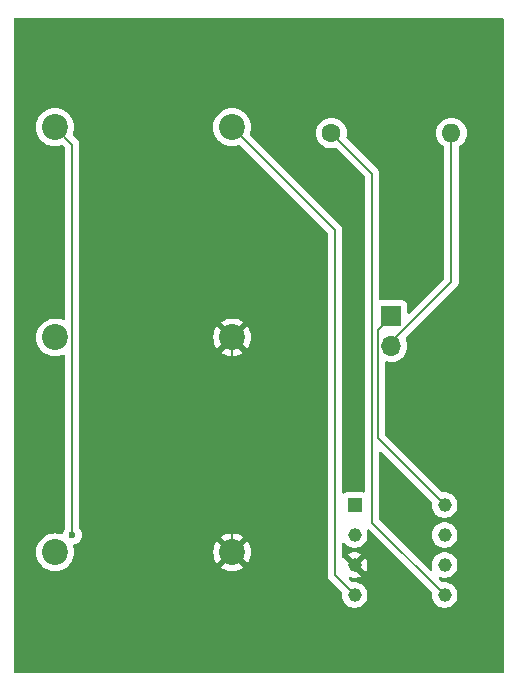
<source format=gbr>
%TF.GenerationSoftware,KiCad,Pcbnew,8.0.8*%
%TF.CreationDate,2025-02-03T11:26:52-05:00*%
%TF.ProjectId,Power_Supply_Board,506f7765-725f-4537-9570-706c795f426f,rev?*%
%TF.SameCoordinates,Original*%
%TF.FileFunction,Copper,L1,Top*%
%TF.FilePolarity,Positive*%
%FSLAX46Y46*%
G04 Gerber Fmt 4.6, Leading zero omitted, Abs format (unit mm)*
G04 Created by KiCad (PCBNEW 8.0.8) date 2025-02-03 11:26:52*
%MOMM*%
%LPD*%
G01*
G04 APERTURE LIST*
%TA.AperFunction,ComponentPad*%
%ADD10R,1.700000X1.700000*%
%TD*%
%TA.AperFunction,ComponentPad*%
%ADD11O,1.700000X1.700000*%
%TD*%
%TA.AperFunction,ComponentPad*%
%ADD12R,1.160000X1.160000*%
%TD*%
%TA.AperFunction,ComponentPad*%
%ADD13C,1.160000*%
%TD*%
%TA.AperFunction,ComponentPad*%
%ADD14C,1.600000*%
%TD*%
%TA.AperFunction,ComponentPad*%
%ADD15O,1.600000X1.600000*%
%TD*%
%TA.AperFunction,ComponentPad*%
%ADD16C,2.200000*%
%TD*%
%TA.AperFunction,ViaPad*%
%ADD17C,0.600000*%
%TD*%
%TA.AperFunction,Conductor*%
%ADD18C,0.200000*%
%TD*%
G04 APERTURE END LIST*
D10*
%TO.P,J1,1,Pin_1*%
%TO.N,Net-(IC1-V+)*%
X190500000Y-84000000D03*
D11*
%TO.P,J1,2,Pin_2*%
%TO.N,Net-(J1-Pin_2)*%
X190500000Y-86540000D03*
%TD*%
D12*
%TO.P,IC1,1,BOOST*%
%TO.N,unconnected-(IC1-BOOST-Pad1)*%
X187380000Y-100000000D03*
D13*
%TO.P,IC1,2,CAP+*%
%TO.N,Net-(IC1-CAP+)*%
X187380000Y-102540000D03*
%TO.P,IC1,3,GND*%
%TO.N,Earth*%
X187380000Y-105080000D03*
%TO.P,IC1,4,CAP-*%
%TO.N,Net-(IC1-CAP-)*%
X187380000Y-107620000D03*
%TO.P,IC1,5,VOUT*%
%TO.N,Net-(IC1-VOUT)*%
X195000000Y-107620000D03*
%TO.P,IC1,6,LOW_VOLTAGE_(LV)*%
%TO.N,unconnected-(IC1-LOW_VOLTAGE_(LV)-Pad6)*%
X195000000Y-105080000D03*
%TO.P,IC1,7,OSC*%
%TO.N,unconnected-(IC1-OSC-Pad7)*%
X195000000Y-102540000D03*
%TO.P,IC1,8,V+*%
%TO.N,Net-(IC1-V+)*%
X195000000Y-100000000D03*
%TD*%
D14*
%TO.P,R1,1*%
%TO.N,Net-(IC1-VOUT)*%
X185420000Y-68500000D03*
D15*
%TO.P,R1,2*%
%TO.N,Net-(J1-Pin_2)*%
X195580000Y-68500000D03*
%TD*%
D16*
%TO.P,C3,1*%
%TO.N,Net-(J1-Pin_2)*%
X162025000Y-104000000D03*
%TO.P,C3,2*%
%TO.N,Earth*%
X177025000Y-104000000D03*
%TD*%
%TO.P,C1,1*%
%TO.N,Net-(IC1-CAP+)*%
X162000000Y-68000000D03*
%TO.P,C1,2*%
%TO.N,Net-(IC1-CAP-)*%
X177000000Y-68000000D03*
%TD*%
%TO.P,C2,1*%
%TO.N,Net-(IC1-VOUT)*%
X162025000Y-85810000D03*
%TO.P,C2,2*%
%TO.N,Earth*%
X177025000Y-85810000D03*
%TD*%
D17*
%TO.N,Net-(IC1-CAP+)*%
X163482000Y-102540000D03*
%TD*%
D18*
%TO.N,Net-(IC1-CAP+)*%
X162000000Y-68000000D02*
X163482000Y-69481900D01*
X163482000Y-69481900D02*
X163482000Y-102540000D01*
%TO.N,Net-(IC1-CAP-)*%
X185720000Y-76720200D02*
X185720000Y-105960000D01*
X185720000Y-105960000D02*
X187380000Y-107620000D01*
X177000000Y-68000000D02*
X185720000Y-76720200D01*
%TO.N,Earth*%
X177025000Y-85810000D02*
X177025000Y-104000000D01*
%TO.N,Net-(IC1-VOUT)*%
X188866000Y-71946400D02*
X188866000Y-101486000D01*
X185420000Y-68500000D02*
X188866000Y-71946400D01*
X188866000Y-101486000D02*
X195000000Y-107620000D01*
%TO.N,Net-(J1-Pin_2)*%
X190500000Y-86180100D02*
X195580000Y-81100100D01*
X190500000Y-86540000D02*
X190500000Y-86180100D01*
X195580000Y-81100100D02*
X195580000Y-68500000D01*
%TO.N,Net-(IC1-V+)*%
X190500000Y-84000000D02*
X189345000Y-85154900D01*
X189345000Y-85154900D02*
X189345000Y-94345100D01*
X189345000Y-94345100D02*
X195000000Y-100000000D01*
%TD*%
%TA.AperFunction,Conductor*%
%TO.N,Earth*%
G36*
X199942539Y-58770185D02*
G01*
X199988294Y-58822989D01*
X199999500Y-58874500D01*
X199999500Y-114125500D01*
X199979815Y-114192539D01*
X199927011Y-114238294D01*
X199875500Y-114249500D01*
X158624500Y-114249500D01*
X158557461Y-114229815D01*
X158511706Y-114177011D01*
X158500500Y-114125500D01*
X158500500Y-68000000D01*
X160394551Y-68000000D01*
X160414317Y-68251151D01*
X160473126Y-68496110D01*
X160569533Y-68728859D01*
X160701160Y-68943653D01*
X160701161Y-68943656D01*
X160746352Y-68996567D01*
X160864776Y-69135224D01*
X161056341Y-69298836D01*
X161056346Y-69298839D01*
X161271140Y-69430466D01*
X161375546Y-69473712D01*
X161503889Y-69526873D01*
X161748852Y-69585683D01*
X162000000Y-69605449D01*
X162251148Y-69585683D01*
X162496111Y-69526873D01*
X162547975Y-69505389D01*
X162617441Y-69497920D01*
X162679921Y-69529193D01*
X162683105Y-69532266D01*
X162845178Y-69694328D01*
X162878665Y-69755648D01*
X162881500Y-69782011D01*
X162881500Y-84246825D01*
X162861815Y-84313864D01*
X162809011Y-84359619D01*
X162739853Y-84369563D01*
X162710048Y-84361386D01*
X162521113Y-84283127D01*
X162276151Y-84224317D01*
X162025000Y-84204551D01*
X161773848Y-84224317D01*
X161528889Y-84283126D01*
X161296140Y-84379533D01*
X161081346Y-84511160D01*
X161081343Y-84511161D01*
X160889776Y-84674776D01*
X160726161Y-84866343D01*
X160726160Y-84866346D01*
X160594533Y-85081140D01*
X160498126Y-85313889D01*
X160439317Y-85558848D01*
X160419551Y-85810000D01*
X160439317Y-86061151D01*
X160498126Y-86306110D01*
X160594533Y-86538859D01*
X160726160Y-86753653D01*
X160726161Y-86753656D01*
X160781604Y-86818571D01*
X160889776Y-86945224D01*
X161038066Y-87071875D01*
X161081343Y-87108838D01*
X161081346Y-87108839D01*
X161296140Y-87240466D01*
X161527737Y-87336396D01*
X161528889Y-87336873D01*
X161773852Y-87395683D01*
X162025000Y-87415449D01*
X162276148Y-87395683D01*
X162521111Y-87336873D01*
X162710048Y-87258612D01*
X162779516Y-87251144D01*
X162841996Y-87282419D01*
X162877648Y-87342508D01*
X162881500Y-87373174D01*
X162881500Y-101957587D01*
X162861815Y-102024626D01*
X162854450Y-102034896D01*
X162852186Y-102037734D01*
X162756210Y-102190478D01*
X162696630Y-102360750D01*
X162695155Y-102373847D01*
X162668088Y-102438260D01*
X162610493Y-102477815D01*
X162540656Y-102479952D01*
X162524491Y-102474527D01*
X162521114Y-102473128D01*
X162521101Y-102473124D01*
X162276151Y-102414317D01*
X162025000Y-102394551D01*
X161773848Y-102414317D01*
X161528889Y-102473126D01*
X161296140Y-102569533D01*
X161081346Y-102701160D01*
X161081343Y-102701161D01*
X160889776Y-102864776D01*
X160726161Y-103056343D01*
X160726160Y-103056346D01*
X160594533Y-103271140D01*
X160498126Y-103503889D01*
X160439317Y-103748848D01*
X160419551Y-104000000D01*
X160439317Y-104251151D01*
X160498126Y-104496110D01*
X160594533Y-104728859D01*
X160726160Y-104943653D01*
X160726161Y-104943656D01*
X160726164Y-104943659D01*
X160889776Y-105135224D01*
X161032096Y-105256777D01*
X161081343Y-105298838D01*
X161081346Y-105298839D01*
X161296140Y-105430466D01*
X161527737Y-105526396D01*
X161528889Y-105526873D01*
X161773852Y-105585683D01*
X162025000Y-105605449D01*
X162276148Y-105585683D01*
X162521111Y-105526873D01*
X162753859Y-105430466D01*
X162968659Y-105298836D01*
X163160224Y-105135224D01*
X163323836Y-104943659D01*
X163455466Y-104728859D01*
X163551873Y-104496111D01*
X163610683Y-104251148D01*
X163630449Y-104000000D01*
X175420052Y-104000000D01*
X175439812Y-104251072D01*
X175498603Y-104495956D01*
X175594980Y-104728631D01*
X175726568Y-104943362D01*
X175727266Y-104944179D01*
X176501212Y-104170233D01*
X176512482Y-104212292D01*
X176584890Y-104337708D01*
X176687292Y-104440110D01*
X176812708Y-104512518D01*
X176854765Y-104523787D01*
X176080819Y-105297732D01*
X176080819Y-105297733D01*
X176081634Y-105298429D01*
X176296368Y-105430019D01*
X176529043Y-105526396D01*
X176773927Y-105585187D01*
X177025000Y-105604947D01*
X177276072Y-105585187D01*
X177520956Y-105526396D01*
X177753631Y-105430019D01*
X177968361Y-105298432D01*
X177968363Y-105298430D01*
X177969180Y-105297732D01*
X177195234Y-104523787D01*
X177237292Y-104512518D01*
X177362708Y-104440110D01*
X177465110Y-104337708D01*
X177537518Y-104212292D01*
X177548787Y-104170235D01*
X178322732Y-104944180D01*
X178323430Y-104943363D01*
X178323432Y-104943361D01*
X178455019Y-104728631D01*
X178551396Y-104495956D01*
X178610187Y-104251072D01*
X178629947Y-104000000D01*
X178610187Y-103748927D01*
X178551396Y-103504043D01*
X178455019Y-103271368D01*
X178323429Y-103056634D01*
X178322733Y-103055819D01*
X178322732Y-103055819D01*
X177548787Y-103829764D01*
X177537518Y-103787708D01*
X177465110Y-103662292D01*
X177362708Y-103559890D01*
X177237292Y-103487482D01*
X177195232Y-103476212D01*
X177969179Y-102702266D01*
X177968362Y-102701568D01*
X177753631Y-102569980D01*
X177520956Y-102473603D01*
X177276072Y-102414812D01*
X177025000Y-102395052D01*
X176773927Y-102414812D01*
X176529043Y-102473603D01*
X176296368Y-102569980D01*
X176081637Y-102701567D01*
X176080818Y-102702266D01*
X176854765Y-103476212D01*
X176812708Y-103487482D01*
X176687292Y-103559890D01*
X176584890Y-103662292D01*
X176512482Y-103787708D01*
X176501212Y-103829765D01*
X175727266Y-103055818D01*
X175726567Y-103056637D01*
X175594980Y-103271368D01*
X175498603Y-103504043D01*
X175439812Y-103748927D01*
X175420052Y-104000000D01*
X163630449Y-104000000D01*
X163610683Y-103748852D01*
X163551873Y-103503889D01*
X163549155Y-103497327D01*
X163541686Y-103427858D01*
X163572961Y-103365379D01*
X163633050Y-103329727D01*
X163649830Y-103326655D01*
X163661255Y-103325368D01*
X163831522Y-103265789D01*
X163984262Y-103169816D01*
X164111816Y-103042262D01*
X164207789Y-102889522D01*
X164267368Y-102719255D01*
X164267369Y-102719249D01*
X164287565Y-102540003D01*
X164287565Y-102539996D01*
X164267369Y-102360750D01*
X164267368Y-102360745D01*
X164260321Y-102340606D01*
X164207789Y-102190478D01*
X164111816Y-102037738D01*
X164111814Y-102037736D01*
X164111813Y-102037734D01*
X164109550Y-102034896D01*
X164108659Y-102032715D01*
X164108111Y-102031842D01*
X164108264Y-102031745D01*
X164083144Y-101970209D01*
X164082500Y-101957587D01*
X164082500Y-85810000D01*
X175420052Y-85810000D01*
X175439812Y-86061072D01*
X175498603Y-86305956D01*
X175594980Y-86538631D01*
X175726568Y-86753362D01*
X175727266Y-86754179D01*
X176501212Y-85980233D01*
X176512482Y-86022292D01*
X176584890Y-86147708D01*
X176687292Y-86250110D01*
X176812708Y-86322518D01*
X176854765Y-86333787D01*
X176080819Y-87107732D01*
X176080819Y-87107733D01*
X176081634Y-87108429D01*
X176296368Y-87240019D01*
X176529043Y-87336396D01*
X176773927Y-87395187D01*
X177025000Y-87414947D01*
X177276072Y-87395187D01*
X177520956Y-87336396D01*
X177753631Y-87240019D01*
X177968361Y-87108432D01*
X177968363Y-87108430D01*
X177969180Y-87107732D01*
X177195234Y-86333787D01*
X177237292Y-86322518D01*
X177362708Y-86250110D01*
X177465110Y-86147708D01*
X177537518Y-86022292D01*
X177548787Y-85980235D01*
X178322732Y-86754180D01*
X178323430Y-86753363D01*
X178323432Y-86753361D01*
X178455019Y-86538631D01*
X178551396Y-86305956D01*
X178610187Y-86061072D01*
X178629947Y-85810000D01*
X178610187Y-85558927D01*
X178551396Y-85314043D01*
X178455019Y-85081368D01*
X178323429Y-84866634D01*
X178322733Y-84865819D01*
X178322732Y-84865819D01*
X177548787Y-85639764D01*
X177537518Y-85597708D01*
X177465110Y-85472292D01*
X177362708Y-85369890D01*
X177237292Y-85297482D01*
X177195232Y-85286212D01*
X177969179Y-84512266D01*
X177968362Y-84511568D01*
X177753631Y-84379980D01*
X177520956Y-84283603D01*
X177276072Y-84224812D01*
X177025000Y-84205052D01*
X176773927Y-84224812D01*
X176529043Y-84283603D01*
X176296368Y-84379980D01*
X176081637Y-84511567D01*
X176080818Y-84512266D01*
X176854765Y-85286212D01*
X176812708Y-85297482D01*
X176687292Y-85369890D01*
X176584890Y-85472292D01*
X176512482Y-85597708D01*
X176501212Y-85639765D01*
X175727266Y-84865818D01*
X175726567Y-84866637D01*
X175594980Y-85081368D01*
X175498603Y-85314043D01*
X175439812Y-85558927D01*
X175420052Y-85810000D01*
X164082500Y-85810000D01*
X164082500Y-69569222D01*
X164082502Y-69569177D01*
X164082501Y-69560941D01*
X164082503Y-69560937D01*
X164082500Y-69466068D01*
X164082500Y-69402843D01*
X164082500Y-69402830D01*
X164054631Y-69298835D01*
X164054629Y-69298830D01*
X164042245Y-69252610D01*
X164041676Y-69250287D01*
X164041646Y-69250214D01*
X164041149Y-69249370D01*
X164006694Y-69189696D01*
X163962520Y-69113184D01*
X163962519Y-69113183D01*
X163962517Y-69113180D01*
X163962512Y-69113173D01*
X163962507Y-69113168D01*
X163917820Y-69068484D01*
X163850716Y-69001380D01*
X163845941Y-68996605D01*
X163845899Y-68996567D01*
X163532316Y-68683006D01*
X163498829Y-68621684D01*
X163503811Y-68551993D01*
X163505412Y-68547920D01*
X163526873Y-68496111D01*
X163585683Y-68251148D01*
X163605449Y-68000000D01*
X175394551Y-68000000D01*
X175414317Y-68251151D01*
X175473126Y-68496110D01*
X175569533Y-68728859D01*
X175701160Y-68943653D01*
X175701161Y-68943656D01*
X175746352Y-68996567D01*
X175864776Y-69135224D01*
X176056341Y-69298836D01*
X176056346Y-69298839D01*
X176271140Y-69430466D01*
X176375546Y-69473712D01*
X176503889Y-69526873D01*
X176748852Y-69585683D01*
X177000000Y-69605449D01*
X177251148Y-69585683D01*
X177473506Y-69532300D01*
X177496103Y-69526875D01*
X177496103Y-69526874D01*
X177496111Y-69526873D01*
X177547906Y-69505418D01*
X177617371Y-69497950D01*
X177679851Y-69529224D01*
X177683038Y-69532300D01*
X180397149Y-72246472D01*
X184791727Y-76641150D01*
X185083182Y-76932611D01*
X185116667Y-76993934D01*
X185119500Y-77020291D01*
X185119500Y-105873330D01*
X185119499Y-105873348D01*
X185119499Y-106039054D01*
X185119498Y-106039054D01*
X185160423Y-106191785D01*
X185189358Y-106241900D01*
X185189359Y-106241904D01*
X185189360Y-106241904D01*
X185239479Y-106328714D01*
X185239481Y-106328717D01*
X185358349Y-106447585D01*
X185358355Y-106447590D01*
X186273714Y-107362950D01*
X186307199Y-107424273D01*
X186309504Y-107462071D01*
X186294871Y-107619997D01*
X186294871Y-107620000D01*
X186313346Y-107819391D01*
X186313347Y-107819393D01*
X186368145Y-108011989D01*
X186368151Y-108012004D01*
X186457401Y-108191241D01*
X186457406Y-108191249D01*
X186578081Y-108351049D01*
X186705386Y-108467102D01*
X186726064Y-108485952D01*
X186896316Y-108591368D01*
X187083040Y-108663705D01*
X187279877Y-108700500D01*
X187279879Y-108700500D01*
X187480121Y-108700500D01*
X187480123Y-108700500D01*
X187676960Y-108663705D01*
X187863684Y-108591368D01*
X188033936Y-108485952D01*
X188181920Y-108351047D01*
X188302595Y-108191247D01*
X188391853Y-108011994D01*
X188446653Y-107819392D01*
X188465129Y-107620000D01*
X188446653Y-107420608D01*
X188391853Y-107228006D01*
X188391848Y-107227995D01*
X188302598Y-107048758D01*
X188302593Y-107048750D01*
X188181918Y-106888950D01*
X188033937Y-106754049D01*
X188033936Y-106754048D01*
X187969101Y-106713903D01*
X187863685Y-106648632D01*
X187863683Y-106648631D01*
X187727152Y-106595739D01*
X187676960Y-106576295D01*
X187480123Y-106539500D01*
X187279877Y-106539500D01*
X187279873Y-106539500D01*
X187233634Y-106548143D01*
X187164119Y-106541111D01*
X187123171Y-106513935D01*
X186926319Y-106317083D01*
X186892834Y-106255760D01*
X186897818Y-106186068D01*
X186939690Y-106130135D01*
X187005154Y-106105718D01*
X187058796Y-106113776D01*
X187083174Y-106123220D01*
X187279925Y-106160000D01*
X187480075Y-106160000D01*
X187676824Y-106123220D01*
X187863459Y-106050918D01*
X187863463Y-106050916D01*
X187946158Y-105999712D01*
X187946158Y-105999711D01*
X187406446Y-105460000D01*
X187430028Y-105460000D01*
X187526675Y-105434104D01*
X187613325Y-105384076D01*
X187684076Y-105313325D01*
X187734104Y-105226675D01*
X187760000Y-105130028D01*
X187760000Y-105106447D01*
X188302954Y-105649401D01*
X188302955Y-105649401D01*
X188391383Y-105471815D01*
X188446159Y-105279295D01*
X188464627Y-105080000D01*
X188464627Y-105079999D01*
X188446159Y-104880704D01*
X188391383Y-104688184D01*
X188302955Y-104510596D01*
X187760000Y-105053551D01*
X187760000Y-105029972D01*
X187734104Y-104933325D01*
X187684076Y-104846675D01*
X187613325Y-104775924D01*
X187526675Y-104725896D01*
X187430028Y-104700000D01*
X187406447Y-104700000D01*
X187946159Y-104160287D01*
X187863458Y-104109081D01*
X187863457Y-104109080D01*
X187676824Y-104036779D01*
X187480075Y-104000000D01*
X187279925Y-104000000D01*
X187083175Y-104036779D01*
X186896543Y-104109080D01*
X186813839Y-104160287D01*
X187353554Y-104700000D01*
X187329972Y-104700000D01*
X187233325Y-104725896D01*
X187146675Y-104775924D01*
X187075924Y-104846675D01*
X187025896Y-104933325D01*
X187000000Y-105029972D01*
X187000000Y-105053553D01*
X186454606Y-104508158D01*
X186395130Y-104500752D01*
X186341470Y-104456003D01*
X186320522Y-104389348D01*
X186320500Y-104387004D01*
X186320500Y-103299921D01*
X186340185Y-103232882D01*
X186392989Y-103187127D01*
X186462147Y-103177183D01*
X186525703Y-103206208D01*
X186543451Y-103225190D01*
X186578080Y-103271047D01*
X186726064Y-103405952D01*
X186797204Y-103450000D01*
X186884485Y-103504043D01*
X186896316Y-103511368D01*
X187083040Y-103583705D01*
X187279877Y-103620500D01*
X187279879Y-103620500D01*
X187480121Y-103620500D01*
X187480123Y-103620500D01*
X187676960Y-103583705D01*
X187863684Y-103511368D01*
X188033936Y-103405952D01*
X188181920Y-103271047D01*
X188302595Y-103111247D01*
X188391853Y-102931994D01*
X188446653Y-102739392D01*
X188465129Y-102540000D01*
X188464904Y-102537577D01*
X188446653Y-102340608D01*
X188439500Y-102315467D01*
X188408413Y-102206208D01*
X188408999Y-102136343D01*
X188447266Y-102077885D01*
X188511063Y-102049394D01*
X188580136Y-102059918D01*
X188615360Y-102084595D01*
X193893715Y-107362950D01*
X193927200Y-107424273D01*
X193929505Y-107462072D01*
X193914871Y-107619999D01*
X193914871Y-107620000D01*
X193933346Y-107819391D01*
X193933347Y-107819393D01*
X193988145Y-108011989D01*
X193988151Y-108012004D01*
X194077401Y-108191241D01*
X194077406Y-108191249D01*
X194198081Y-108351049D01*
X194325386Y-108467102D01*
X194346064Y-108485952D01*
X194516316Y-108591368D01*
X194703040Y-108663705D01*
X194899877Y-108700500D01*
X194899879Y-108700500D01*
X195100121Y-108700500D01*
X195100123Y-108700500D01*
X195296960Y-108663705D01*
X195483684Y-108591368D01*
X195653936Y-108485952D01*
X195801920Y-108351047D01*
X195922595Y-108191247D01*
X196011853Y-108011994D01*
X196066653Y-107819392D01*
X196085129Y-107620000D01*
X196066653Y-107420608D01*
X196011853Y-107228006D01*
X196011848Y-107227995D01*
X195922598Y-107048758D01*
X195922593Y-107048750D01*
X195801918Y-106888950D01*
X195653937Y-106754049D01*
X195653936Y-106754048D01*
X195589101Y-106713903D01*
X195483685Y-106648632D01*
X195483683Y-106648631D01*
X195347152Y-106595739D01*
X195296960Y-106576295D01*
X195100123Y-106539500D01*
X194899877Y-106539500D01*
X194899873Y-106539500D01*
X194853633Y-106548143D01*
X194784118Y-106541110D01*
X194743170Y-106513935D01*
X194547194Y-106317959D01*
X194513709Y-106256636D01*
X194518693Y-106186944D01*
X194560565Y-106131011D01*
X194626029Y-106106594D01*
X194679668Y-106114650D01*
X194703040Y-106123705D01*
X194899877Y-106160500D01*
X194899879Y-106160500D01*
X195100121Y-106160500D01*
X195100123Y-106160500D01*
X195296960Y-106123705D01*
X195483684Y-106051368D01*
X195653936Y-105945952D01*
X195801920Y-105811047D01*
X195922595Y-105651247D01*
X196011853Y-105471994D01*
X196066653Y-105279392D01*
X196085129Y-105080000D01*
X196066653Y-104880608D01*
X196011853Y-104688006D01*
X195923513Y-104510596D01*
X195922598Y-104508758D01*
X195922593Y-104508750D01*
X195801918Y-104348950D01*
X195653937Y-104214049D01*
X195653936Y-104214048D01*
X195589101Y-104173903D01*
X195483685Y-104108632D01*
X195483683Y-104108631D01*
X195298209Y-104036779D01*
X195296960Y-104036295D01*
X195100123Y-103999500D01*
X194899877Y-103999500D01*
X194703040Y-104036295D01*
X194703037Y-104036295D01*
X194703037Y-104036296D01*
X194516316Y-104108631D01*
X194516314Y-104108632D01*
X194346062Y-104214049D01*
X194198081Y-104348950D01*
X194077406Y-104508750D01*
X194077401Y-104508758D01*
X193988151Y-104687995D01*
X193988145Y-104688010D01*
X193933347Y-104880606D01*
X193933346Y-104880608D01*
X193914871Y-105079999D01*
X193914871Y-105080000D01*
X193933346Y-105279391D01*
X193933347Y-105279394D01*
X193971586Y-105413789D01*
X193970999Y-105483656D01*
X193932733Y-105542115D01*
X193868935Y-105570605D01*
X193799863Y-105560081D01*
X193764639Y-105535404D01*
X190769234Y-102539999D01*
X193914871Y-102539999D01*
X193914871Y-102540000D01*
X193933346Y-102739391D01*
X193933347Y-102739393D01*
X193988145Y-102931989D01*
X193988151Y-102932004D01*
X194077401Y-103111241D01*
X194077406Y-103111249D01*
X194198081Y-103271049D01*
X194301557Y-103365379D01*
X194346064Y-103405952D01*
X194417204Y-103450000D01*
X194504485Y-103504043D01*
X194516316Y-103511368D01*
X194703040Y-103583705D01*
X194899877Y-103620500D01*
X194899879Y-103620500D01*
X195100121Y-103620500D01*
X195100123Y-103620500D01*
X195296960Y-103583705D01*
X195483684Y-103511368D01*
X195653936Y-103405952D01*
X195801920Y-103271047D01*
X195922595Y-103111247D01*
X196011853Y-102931994D01*
X196066653Y-102739392D01*
X196085129Y-102540000D01*
X196084904Y-102537577D01*
X196066653Y-102340608D01*
X196066652Y-102340606D01*
X196059499Y-102315467D01*
X196011853Y-102148006D01*
X196011848Y-102147995D01*
X195922598Y-101968758D01*
X195922593Y-101968750D01*
X195801918Y-101808950D01*
X195653937Y-101674049D01*
X195653936Y-101674048D01*
X195589101Y-101633903D01*
X195483685Y-101568632D01*
X195483683Y-101568631D01*
X195347152Y-101515739D01*
X195296960Y-101496295D01*
X195100123Y-101459500D01*
X194899877Y-101459500D01*
X194703040Y-101496295D01*
X194703037Y-101496295D01*
X194703037Y-101496296D01*
X194516316Y-101568631D01*
X194516314Y-101568632D01*
X194346062Y-101674049D01*
X194198081Y-101808950D01*
X194077406Y-101968750D01*
X194077401Y-101968758D01*
X193988151Y-102147995D01*
X193988145Y-102148010D01*
X193933347Y-102340606D01*
X193933346Y-102340608D01*
X193914871Y-102539999D01*
X190769234Y-102539999D01*
X189502819Y-101273584D01*
X189469334Y-101212261D01*
X189466500Y-101185903D01*
X189466500Y-95615183D01*
X189486185Y-95548144D01*
X189538989Y-95502389D01*
X189608147Y-95492445D01*
X189671703Y-95521470D01*
X189678175Y-95527496D01*
X192048701Y-97897981D01*
X193893712Y-99742960D01*
X193927198Y-99804283D01*
X193929503Y-99842082D01*
X193914871Y-99999997D01*
X193914871Y-100000000D01*
X193933346Y-100199391D01*
X193933347Y-100199393D01*
X193988145Y-100391989D01*
X193988151Y-100392004D01*
X194077401Y-100571241D01*
X194077406Y-100571249D01*
X194198081Y-100731049D01*
X194298214Y-100822331D01*
X194346064Y-100865952D01*
X194516316Y-100971368D01*
X194703040Y-101043705D01*
X194899877Y-101080500D01*
X194899879Y-101080500D01*
X195100121Y-101080500D01*
X195100123Y-101080500D01*
X195296960Y-101043705D01*
X195483684Y-100971368D01*
X195653936Y-100865952D01*
X195801920Y-100731047D01*
X195922595Y-100571247D01*
X196011853Y-100391994D01*
X196066653Y-100199392D01*
X196085129Y-100000000D01*
X196066653Y-99800608D01*
X196011853Y-99608006D01*
X196011848Y-99607995D01*
X195922598Y-99428758D01*
X195922593Y-99428750D01*
X195801918Y-99268950D01*
X195653937Y-99134049D01*
X195653936Y-99134048D01*
X195589101Y-99093903D01*
X195483685Y-99028632D01*
X195483683Y-99028631D01*
X195347152Y-98975739D01*
X195296960Y-98956295D01*
X195100123Y-98919500D01*
X194899877Y-98919500D01*
X194899873Y-98919500D01*
X194853623Y-98928145D01*
X194784108Y-98921113D01*
X194743161Y-98893938D01*
X189981820Y-94132679D01*
X189948334Y-94071356D01*
X189945500Y-94044997D01*
X189945500Y-87951163D01*
X189965185Y-87884124D01*
X190017989Y-87838369D01*
X190087147Y-87828425D01*
X190101591Y-87831387D01*
X190264592Y-87875063D01*
X190452918Y-87891539D01*
X190499999Y-87895659D01*
X190500000Y-87895659D01*
X190500001Y-87895659D01*
X190539234Y-87892226D01*
X190735408Y-87875063D01*
X190963663Y-87813903D01*
X191177830Y-87714035D01*
X191371401Y-87578495D01*
X191538495Y-87411401D01*
X191674035Y-87217830D01*
X191773903Y-87003663D01*
X191835063Y-86775408D01*
X191855659Y-86540000D01*
X191835063Y-86304592D01*
X191773903Y-86076337D01*
X191708542Y-85936172D01*
X191698051Y-85867098D01*
X191726570Y-85803314D01*
X191733231Y-85796102D01*
X195948713Y-81580621D01*
X195948716Y-81580620D01*
X196060520Y-81468816D01*
X196110639Y-81382004D01*
X196139577Y-81331885D01*
X196180501Y-81179157D01*
X196180501Y-81021043D01*
X196180501Y-81013448D01*
X196180500Y-81013430D01*
X196180500Y-69731692D01*
X196200185Y-69664653D01*
X196233374Y-69630119D01*
X196419139Y-69500047D01*
X196580047Y-69339139D01*
X196710568Y-69152734D01*
X196806739Y-68946496D01*
X196865635Y-68726692D01*
X196885468Y-68500000D01*
X196865635Y-68273308D01*
X196806739Y-68053504D01*
X196710568Y-67847266D01*
X196580047Y-67660861D01*
X196580045Y-67660858D01*
X196419141Y-67499954D01*
X196232734Y-67369432D01*
X196232732Y-67369431D01*
X196026497Y-67273261D01*
X196026488Y-67273258D01*
X195806697Y-67214366D01*
X195806693Y-67214365D01*
X195806692Y-67214365D01*
X195806691Y-67214364D01*
X195806686Y-67214364D01*
X195580002Y-67194532D01*
X195579998Y-67194532D01*
X195353313Y-67214364D01*
X195353302Y-67214366D01*
X195133511Y-67273258D01*
X195133502Y-67273261D01*
X194927267Y-67369431D01*
X194927265Y-67369432D01*
X194740858Y-67499954D01*
X194579954Y-67660858D01*
X194449432Y-67847265D01*
X194449431Y-67847267D01*
X194353261Y-68053502D01*
X194353258Y-68053511D01*
X194294366Y-68273302D01*
X194294364Y-68273313D01*
X194274532Y-68499998D01*
X194274532Y-68500001D01*
X194294364Y-68726686D01*
X194294366Y-68726697D01*
X194353258Y-68946488D01*
X194353261Y-68946497D01*
X194449431Y-69152732D01*
X194449432Y-69152734D01*
X194579954Y-69339141D01*
X194740858Y-69500045D01*
X194740861Y-69500047D01*
X194926624Y-69630118D01*
X194970248Y-69684693D01*
X194979500Y-69731692D01*
X194979500Y-80800002D01*
X194959815Y-80867041D01*
X194943181Y-80887683D01*
X192062180Y-83768684D01*
X192000857Y-83802169D01*
X191931165Y-83797185D01*
X191875232Y-83755313D01*
X191850815Y-83689849D01*
X191850499Y-83681003D01*
X191850499Y-83102129D01*
X191850498Y-83102123D01*
X191844091Y-83042516D01*
X191793797Y-82907671D01*
X191793793Y-82907664D01*
X191707547Y-82792455D01*
X191707544Y-82792452D01*
X191592335Y-82706206D01*
X191592328Y-82706202D01*
X191457482Y-82655908D01*
X191457483Y-82655908D01*
X191397883Y-82649501D01*
X191397881Y-82649500D01*
X191397873Y-82649500D01*
X191397864Y-82649500D01*
X189602129Y-82649500D01*
X189598805Y-82649679D01*
X189598737Y-82648423D01*
X189534983Y-82636914D01*
X189483851Y-82589298D01*
X189466500Y-82526036D01*
X189466500Y-71955220D01*
X189466500Y-71955215D01*
X189466505Y-71867378D01*
X189466503Y-71867371D01*
X189466500Y-71867346D01*
X189466500Y-71867343D01*
X189446157Y-71791424D01*
X189426035Y-71716309D01*
X189425630Y-71714702D01*
X189425621Y-71714680D01*
X189425208Y-71713977D01*
X189383609Y-71641923D01*
X189383607Y-71641920D01*
X189373803Y-71624938D01*
X189346597Y-71577809D01*
X189346541Y-71577711D01*
X189346523Y-71577687D01*
X189286234Y-71517398D01*
X187561003Y-69791967D01*
X186711913Y-68942779D01*
X186678432Y-68881455D01*
X186679825Y-68823011D01*
X186705635Y-68726692D01*
X186725468Y-68500000D01*
X186705635Y-68273308D01*
X186646739Y-68053504D01*
X186550568Y-67847266D01*
X186420047Y-67660861D01*
X186420045Y-67660858D01*
X186259141Y-67499954D01*
X186072734Y-67369432D01*
X186072732Y-67369431D01*
X185866497Y-67273261D01*
X185866488Y-67273258D01*
X185646697Y-67214366D01*
X185646693Y-67214365D01*
X185646692Y-67214365D01*
X185646691Y-67214364D01*
X185646686Y-67214364D01*
X185420002Y-67194532D01*
X185419998Y-67194532D01*
X185193313Y-67214364D01*
X185193302Y-67214366D01*
X184973511Y-67273258D01*
X184973502Y-67273261D01*
X184767267Y-67369431D01*
X184767265Y-67369432D01*
X184580858Y-67499954D01*
X184419954Y-67660858D01*
X184289432Y-67847265D01*
X184289431Y-67847267D01*
X184193261Y-68053502D01*
X184193258Y-68053511D01*
X184134366Y-68273302D01*
X184134364Y-68273313D01*
X184114532Y-68499998D01*
X184114532Y-68500001D01*
X184134364Y-68726686D01*
X184134366Y-68726697D01*
X184193258Y-68946488D01*
X184193261Y-68946497D01*
X184289431Y-69152732D01*
X184289432Y-69152734D01*
X184419954Y-69339141D01*
X184580858Y-69500045D01*
X184580861Y-69500047D01*
X184767266Y-69630568D01*
X184973504Y-69726739D01*
X185193308Y-69785635D01*
X185355230Y-69799801D01*
X185419998Y-69805468D01*
X185420000Y-69805468D01*
X185420002Y-69805468D01*
X185476673Y-69800509D01*
X185646692Y-69785635D01*
X185742853Y-69759868D01*
X185812700Y-69761531D01*
X185862631Y-69791967D01*
X186176617Y-70105990D01*
X188229186Y-72158797D01*
X188262668Y-72220121D01*
X188265500Y-72246472D01*
X188265500Y-98821171D01*
X188245815Y-98888210D01*
X188193011Y-98933965D01*
X188123853Y-98943909D01*
X188098167Y-98937353D01*
X188067482Y-98925908D01*
X188067483Y-98925908D01*
X188007883Y-98919501D01*
X188007881Y-98919500D01*
X188007873Y-98919500D01*
X188007864Y-98919500D01*
X186752129Y-98919500D01*
X186752123Y-98919501D01*
X186692516Y-98925908D01*
X186557671Y-98976202D01*
X186557668Y-98976204D01*
X186518811Y-99005293D01*
X186453347Y-99029710D01*
X186385074Y-99014858D01*
X186335668Y-98965453D01*
X186320500Y-98906026D01*
X186320500Y-76799265D01*
X186320500Y-76799263D01*
X186320502Y-76641150D01*
X186279580Y-76488422D01*
X186236387Y-76413607D01*
X186202374Y-76354693D01*
X186200889Y-76351934D01*
X186200655Y-76351619D01*
X186113079Y-76264043D01*
X182095600Y-72246472D01*
X178532282Y-68683072D01*
X178498798Y-68621751D01*
X178503784Y-68552059D01*
X178505405Y-68547940D01*
X178526871Y-68496116D01*
X178526871Y-68496115D01*
X178526873Y-68496111D01*
X178585683Y-68251148D01*
X178605449Y-68000000D01*
X178585683Y-67748852D01*
X178526873Y-67503889D01*
X178525243Y-67499953D01*
X178430466Y-67271140D01*
X178298839Y-67056346D01*
X178298838Y-67056343D01*
X178261875Y-67013066D01*
X178135224Y-66864776D01*
X178008571Y-66756604D01*
X177943656Y-66701161D01*
X177943653Y-66701160D01*
X177728859Y-66569533D01*
X177496110Y-66473126D01*
X177251151Y-66414317D01*
X177000000Y-66394551D01*
X176748848Y-66414317D01*
X176503889Y-66473126D01*
X176271140Y-66569533D01*
X176056346Y-66701160D01*
X176056343Y-66701161D01*
X175864776Y-66864776D01*
X175701161Y-67056343D01*
X175701160Y-67056346D01*
X175569533Y-67271140D01*
X175473126Y-67503889D01*
X175414317Y-67748848D01*
X175394551Y-68000000D01*
X163605449Y-68000000D01*
X163585683Y-67748852D01*
X163526873Y-67503889D01*
X163525243Y-67499953D01*
X163430466Y-67271140D01*
X163298839Y-67056346D01*
X163298838Y-67056343D01*
X163261875Y-67013066D01*
X163135224Y-66864776D01*
X163008571Y-66756604D01*
X162943656Y-66701161D01*
X162943653Y-66701160D01*
X162728859Y-66569533D01*
X162496110Y-66473126D01*
X162251151Y-66414317D01*
X162000000Y-66394551D01*
X161748848Y-66414317D01*
X161503889Y-66473126D01*
X161271140Y-66569533D01*
X161056346Y-66701160D01*
X161056343Y-66701161D01*
X160864776Y-66864776D01*
X160701161Y-67056343D01*
X160701160Y-67056346D01*
X160569533Y-67271140D01*
X160473126Y-67503889D01*
X160414317Y-67748848D01*
X160394551Y-68000000D01*
X158500500Y-68000000D01*
X158500500Y-58874500D01*
X158520185Y-58807461D01*
X158572989Y-58761706D01*
X158624500Y-58750500D01*
X199875500Y-58750500D01*
X199942539Y-58770185D01*
G37*
%TD.AperFunction*%
%TD*%
M02*

</source>
